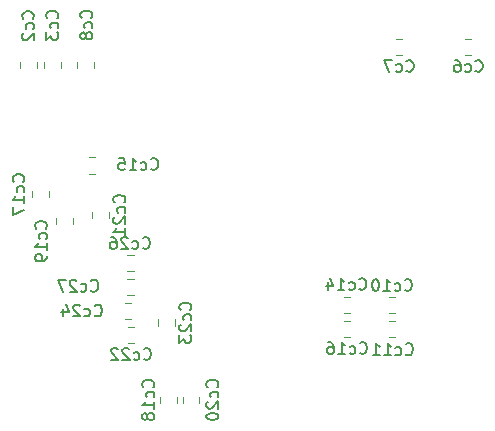
<source format=gbr>
G04 #@! TF.GenerationSoftware,KiCad,Pcbnew,(5.0.0)*
G04 #@! TF.CreationDate,2018-11-24T15:46:54-05:00*
G04 #@! TF.ProjectId,SDRRv2,5344525276322E6B696361645F706362,rev?*
G04 #@! TF.SameCoordinates,Original*
G04 #@! TF.FileFunction,Legend,Bot*
G04 #@! TF.FilePolarity,Positive*
%FSLAX46Y46*%
G04 Gerber Fmt 4.6, Leading zero omitted, Abs format (unit mm)*
G04 Created by KiCad (PCBNEW (5.0.0)) date 11/24/18 15:46:54*
%MOMM*%
%LPD*%
G01*
G04 APERTURE LIST*
%ADD10C,0.120000*%
%ADD11C,0.150000*%
G04 APERTURE END LIST*
D10*
G04 #@! TO.C,Cc2*
X23380085Y-154889091D02*
X23380085Y-154366587D01*
X21960085Y-154889091D02*
X21960085Y-154366587D01*
G04 #@! TO.C,Cc3*
X25412085Y-154898091D02*
X25412085Y-154375587D01*
X23992085Y-154898091D02*
X23992085Y-154375587D01*
G04 #@! TO.C,Cc6*
X59645233Y-152393839D02*
X60167737Y-152393839D01*
X59645233Y-153813839D02*
X60167737Y-153813839D01*
G04 #@! TO.C,Cc7*
X53803233Y-153813839D02*
X54325737Y-153813839D01*
X53803233Y-152393839D02*
X54325737Y-152393839D01*
G04 #@! TO.C,Cc8*
X26786085Y-154889091D02*
X26786085Y-154366587D01*
X28206085Y-154889091D02*
X28206085Y-154366587D01*
G04 #@! TO.C,Cc10*
X53713032Y-174230964D02*
X53190528Y-174230964D01*
X53713032Y-175650964D02*
X53190528Y-175650964D01*
G04 #@! TO.C,Cc11*
X53713032Y-177682964D02*
X53190528Y-177682964D01*
X53713032Y-176262964D02*
X53190528Y-176262964D01*
G04 #@! TO.C,Cc14*
X49380528Y-174230964D02*
X49903032Y-174230964D01*
X49380528Y-175650964D02*
X49903032Y-175650964D01*
G04 #@! TO.C,Cc15*
X28316137Y-163821439D02*
X27793633Y-163821439D01*
X28316137Y-162401439D02*
X27793633Y-162401439D01*
G04 #@! TO.C,Cc16*
X49380528Y-176262964D02*
X49903032Y-176262964D01*
X49380528Y-177682964D02*
X49903032Y-177682964D01*
G04 #@! TO.C,Cc17*
X22976085Y-165811091D02*
X22976085Y-165288587D01*
X24396085Y-165811091D02*
X24396085Y-165288587D01*
G04 #@! TO.C,Cc18*
X35216485Y-182712987D02*
X35216485Y-183235491D01*
X33796485Y-182712987D02*
X33796485Y-183235491D01*
G04 #@! TO.C,Cc19*
X25008085Y-168097091D02*
X25008085Y-167574587D01*
X26428085Y-168097091D02*
X26428085Y-167574587D01*
G04 #@! TO.C,Cc20*
X35726885Y-182712987D02*
X35726885Y-183235491D01*
X37146885Y-182712987D02*
X37146885Y-183235491D01*
G04 #@! TO.C,Cc21*
X29476085Y-167589091D02*
X29476085Y-167066587D01*
X28056085Y-167589091D02*
X28056085Y-167066587D01*
G04 #@! TO.C,Cc22*
X31095633Y-178197839D02*
X31618137Y-178197839D01*
X31095633Y-176777839D02*
X31618137Y-176777839D01*
G04 #@! TO.C,Cc23*
X35064085Y-176691291D02*
X35064085Y-176168787D01*
X33644085Y-176691291D02*
X33644085Y-176168787D01*
G04 #@! TO.C,Cc24*
X31364137Y-174745839D02*
X30841633Y-174745839D01*
X31364137Y-176165839D02*
X30841633Y-176165839D01*
G04 #@! TO.C,Cc26*
X31044833Y-170681839D02*
X31567337Y-170681839D01*
X31044833Y-172101839D02*
X31567337Y-172101839D01*
G04 #@! TO.C,Cc27*
X31044833Y-172713839D02*
X31567337Y-172713839D01*
X31044833Y-174133839D02*
X31567337Y-174133839D01*
G04 #@! TO.C,Cc2*
D11*
X23027227Y-150705200D02*
X23074846Y-150657581D01*
X23122465Y-150514724D01*
X23122465Y-150419486D01*
X23074846Y-150276629D01*
X22979608Y-150181391D01*
X22884370Y-150133772D01*
X22693894Y-150086153D01*
X22551037Y-150086153D01*
X22360561Y-150133772D01*
X22265323Y-150181391D01*
X22170085Y-150276629D01*
X22122465Y-150419486D01*
X22122465Y-150514724D01*
X22170085Y-150657581D01*
X22217704Y-150705200D01*
X23074846Y-151562343D02*
X23122465Y-151467105D01*
X23122465Y-151276629D01*
X23074846Y-151181391D01*
X23027227Y-151133772D01*
X22931989Y-151086153D01*
X22646275Y-151086153D01*
X22551037Y-151133772D01*
X22503418Y-151181391D01*
X22455799Y-151276629D01*
X22455799Y-151467105D01*
X22503418Y-151562343D01*
X22217704Y-151943296D02*
X22170085Y-151990915D01*
X22122465Y-152086153D01*
X22122465Y-152324248D01*
X22170085Y-152419486D01*
X22217704Y-152467105D01*
X22312942Y-152514724D01*
X22408180Y-152514724D01*
X22551037Y-152467105D01*
X23122465Y-151895677D01*
X23122465Y-152514724D01*
G04 #@! TO.C,Cc3*
X25084627Y-150654400D02*
X25132246Y-150606781D01*
X25179865Y-150463924D01*
X25179865Y-150368686D01*
X25132246Y-150225829D01*
X25037008Y-150130591D01*
X24941770Y-150082972D01*
X24751294Y-150035353D01*
X24608437Y-150035353D01*
X24417961Y-150082972D01*
X24322723Y-150130591D01*
X24227485Y-150225829D01*
X24179865Y-150368686D01*
X24179865Y-150463924D01*
X24227485Y-150606781D01*
X24275104Y-150654400D01*
X25132246Y-151511543D02*
X25179865Y-151416305D01*
X25179865Y-151225829D01*
X25132246Y-151130591D01*
X25084627Y-151082972D01*
X24989389Y-151035353D01*
X24703675Y-151035353D01*
X24608437Y-151082972D01*
X24560818Y-151130591D01*
X24513199Y-151225829D01*
X24513199Y-151416305D01*
X24560818Y-151511543D01*
X24179865Y-151844877D02*
X24179865Y-152463924D01*
X24560818Y-152130591D01*
X24560818Y-152273448D01*
X24608437Y-152368686D01*
X24656056Y-152416305D01*
X24751294Y-152463924D01*
X24989389Y-152463924D01*
X25084627Y-152416305D01*
X25132246Y-152368686D01*
X25179865Y-152273448D01*
X25179865Y-151987734D01*
X25132246Y-151892496D01*
X25084627Y-151844877D01*
G04 #@! TO.C,Cc6*
X60501723Y-155110981D02*
X60549342Y-155158600D01*
X60692199Y-155206219D01*
X60787437Y-155206219D01*
X60930294Y-155158600D01*
X61025532Y-155063362D01*
X61073151Y-154968124D01*
X61120770Y-154777648D01*
X61120770Y-154634791D01*
X61073151Y-154444315D01*
X61025532Y-154349077D01*
X60930294Y-154253839D01*
X60787437Y-154206219D01*
X60692199Y-154206219D01*
X60549342Y-154253839D01*
X60501723Y-154301458D01*
X59644580Y-155158600D02*
X59739818Y-155206219D01*
X59930294Y-155206219D01*
X60025532Y-155158600D01*
X60073151Y-155110981D01*
X60120770Y-155015743D01*
X60120770Y-154730029D01*
X60073151Y-154634791D01*
X60025532Y-154587172D01*
X59930294Y-154539553D01*
X59739818Y-154539553D01*
X59644580Y-154587172D01*
X58787437Y-154206219D02*
X58977913Y-154206219D01*
X59073151Y-154253839D01*
X59120770Y-154301458D01*
X59216008Y-154444315D01*
X59263627Y-154634791D01*
X59263627Y-155015743D01*
X59216008Y-155110981D01*
X59168389Y-155158600D01*
X59073151Y-155206219D01*
X58882675Y-155206219D01*
X58787437Y-155158600D01*
X58739818Y-155110981D01*
X58692199Y-155015743D01*
X58692199Y-154777648D01*
X58739818Y-154682410D01*
X58787437Y-154634791D01*
X58882675Y-154587172D01*
X59073151Y-154587172D01*
X59168389Y-154634791D01*
X59216008Y-154682410D01*
X59263627Y-154777648D01*
G04 #@! TO.C,Cc7*
X54659723Y-155110981D02*
X54707342Y-155158600D01*
X54850199Y-155206219D01*
X54945437Y-155206219D01*
X55088294Y-155158600D01*
X55183532Y-155063362D01*
X55231151Y-154968124D01*
X55278770Y-154777648D01*
X55278770Y-154634791D01*
X55231151Y-154444315D01*
X55183532Y-154349077D01*
X55088294Y-154253839D01*
X54945437Y-154206219D01*
X54850199Y-154206219D01*
X54707342Y-154253839D01*
X54659723Y-154301458D01*
X53802580Y-155158600D02*
X53897818Y-155206219D01*
X54088294Y-155206219D01*
X54183532Y-155158600D01*
X54231151Y-155110981D01*
X54278770Y-155015743D01*
X54278770Y-154730029D01*
X54231151Y-154634791D01*
X54183532Y-154587172D01*
X54088294Y-154539553D01*
X53897818Y-154539553D01*
X53802580Y-154587172D01*
X53469246Y-154206219D02*
X52802580Y-154206219D01*
X53231151Y-155206219D01*
G04 #@! TO.C,Cc8*
X27980227Y-150629000D02*
X28027846Y-150581381D01*
X28075465Y-150438524D01*
X28075465Y-150343286D01*
X28027846Y-150200429D01*
X27932608Y-150105191D01*
X27837370Y-150057572D01*
X27646894Y-150009953D01*
X27504037Y-150009953D01*
X27313561Y-150057572D01*
X27218323Y-150105191D01*
X27123085Y-150200429D01*
X27075465Y-150343286D01*
X27075465Y-150438524D01*
X27123085Y-150581381D01*
X27170704Y-150629000D01*
X28027846Y-151486143D02*
X28075465Y-151390905D01*
X28075465Y-151200429D01*
X28027846Y-151105191D01*
X27980227Y-151057572D01*
X27884989Y-151009953D01*
X27599275Y-151009953D01*
X27504037Y-151057572D01*
X27456418Y-151105191D01*
X27408799Y-151200429D01*
X27408799Y-151390905D01*
X27456418Y-151486143D01*
X27504037Y-152057572D02*
X27456418Y-151962334D01*
X27408799Y-151914715D01*
X27313561Y-151867096D01*
X27265942Y-151867096D01*
X27170704Y-151914715D01*
X27123085Y-151962334D01*
X27075465Y-152057572D01*
X27075465Y-152248048D01*
X27123085Y-152343286D01*
X27170704Y-152390905D01*
X27265942Y-152438524D01*
X27313561Y-152438524D01*
X27408799Y-152390905D01*
X27456418Y-152343286D01*
X27504037Y-152248048D01*
X27504037Y-152057572D01*
X27551656Y-151962334D01*
X27599275Y-151914715D01*
X27694513Y-151867096D01*
X27884989Y-151867096D01*
X27980227Y-151914715D01*
X28027846Y-151962334D01*
X28075465Y-152057572D01*
X28075465Y-152248048D01*
X28027846Y-152343286D01*
X27980227Y-152390905D01*
X27884989Y-152438524D01*
X27694513Y-152438524D01*
X27599275Y-152390905D01*
X27551656Y-152343286D01*
X27504037Y-152248048D01*
G04 #@! TO.C,Cc10*
X54523208Y-173648106D02*
X54570827Y-173695725D01*
X54713684Y-173743344D01*
X54808922Y-173743344D01*
X54951780Y-173695725D01*
X55047018Y-173600487D01*
X55094637Y-173505249D01*
X55142256Y-173314773D01*
X55142256Y-173171916D01*
X55094637Y-172981440D01*
X55047018Y-172886202D01*
X54951780Y-172790964D01*
X54808922Y-172743344D01*
X54713684Y-172743344D01*
X54570827Y-172790964D01*
X54523208Y-172838583D01*
X53666065Y-173695725D02*
X53761303Y-173743344D01*
X53951780Y-173743344D01*
X54047018Y-173695725D01*
X54094637Y-173648106D01*
X54142256Y-173552868D01*
X54142256Y-173267154D01*
X54094637Y-173171916D01*
X54047018Y-173124297D01*
X53951780Y-173076678D01*
X53761303Y-173076678D01*
X53666065Y-173124297D01*
X52713684Y-173743344D02*
X53285113Y-173743344D01*
X52999399Y-173743344D02*
X52999399Y-172743344D01*
X53094637Y-172886202D01*
X53189875Y-172981440D01*
X53285113Y-173029059D01*
X52094637Y-172743344D02*
X51999399Y-172743344D01*
X51904160Y-172790964D01*
X51856541Y-172838583D01*
X51808922Y-172933821D01*
X51761303Y-173124297D01*
X51761303Y-173362392D01*
X51808922Y-173552868D01*
X51856541Y-173648106D01*
X51904160Y-173695725D01*
X51999399Y-173743344D01*
X52094637Y-173743344D01*
X52189875Y-173695725D01*
X52237494Y-173648106D01*
X52285113Y-173552868D01*
X52332732Y-173362392D01*
X52332732Y-173124297D01*
X52285113Y-172933821D01*
X52237494Y-172838583D01*
X52189875Y-172790964D01*
X52094637Y-172743344D01*
G04 #@! TO.C,Cc11*
X54602513Y-179089581D02*
X54650132Y-179137200D01*
X54792989Y-179184819D01*
X54888227Y-179184819D01*
X55031085Y-179137200D01*
X55126323Y-179041962D01*
X55173942Y-178946724D01*
X55221561Y-178756248D01*
X55221561Y-178613391D01*
X55173942Y-178422915D01*
X55126323Y-178327677D01*
X55031085Y-178232439D01*
X54888227Y-178184819D01*
X54792989Y-178184819D01*
X54650132Y-178232439D01*
X54602513Y-178280058D01*
X53745370Y-179137200D02*
X53840608Y-179184819D01*
X54031085Y-179184819D01*
X54126323Y-179137200D01*
X54173942Y-179089581D01*
X54221561Y-178994343D01*
X54221561Y-178708629D01*
X54173942Y-178613391D01*
X54126323Y-178565772D01*
X54031085Y-178518153D01*
X53840608Y-178518153D01*
X53745370Y-178565772D01*
X52792989Y-179184819D02*
X53364418Y-179184819D01*
X53078704Y-179184819D02*
X53078704Y-178184819D01*
X53173942Y-178327677D01*
X53269180Y-178422915D01*
X53364418Y-178470534D01*
X51840608Y-179184819D02*
X52412037Y-179184819D01*
X52126323Y-179184819D02*
X52126323Y-178184819D01*
X52221561Y-178327677D01*
X52316799Y-178422915D01*
X52412037Y-178470534D01*
G04 #@! TO.C,Cc14*
X50665513Y-173577781D02*
X50713132Y-173625400D01*
X50855989Y-173673019D01*
X50951227Y-173673019D01*
X51094085Y-173625400D01*
X51189323Y-173530162D01*
X51236942Y-173434924D01*
X51284561Y-173244448D01*
X51284561Y-173101591D01*
X51236942Y-172911115D01*
X51189323Y-172815877D01*
X51094085Y-172720639D01*
X50951227Y-172673019D01*
X50855989Y-172673019D01*
X50713132Y-172720639D01*
X50665513Y-172768258D01*
X49808370Y-173625400D02*
X49903608Y-173673019D01*
X50094085Y-173673019D01*
X50189323Y-173625400D01*
X50236942Y-173577781D01*
X50284561Y-173482543D01*
X50284561Y-173196829D01*
X50236942Y-173101591D01*
X50189323Y-173053972D01*
X50094085Y-173006353D01*
X49903608Y-173006353D01*
X49808370Y-173053972D01*
X48855989Y-173673019D02*
X49427418Y-173673019D01*
X49141704Y-173673019D02*
X49141704Y-172673019D01*
X49236942Y-172815877D01*
X49332180Y-172911115D01*
X49427418Y-172958734D01*
X47998846Y-173006353D02*
X47998846Y-173673019D01*
X48236942Y-172625400D02*
X48475037Y-173339686D01*
X47855989Y-173339686D01*
G04 #@! TO.C,Cc15*
X33037913Y-163417781D02*
X33085532Y-163465400D01*
X33228389Y-163513019D01*
X33323627Y-163513019D01*
X33466485Y-163465400D01*
X33561723Y-163370162D01*
X33609342Y-163274924D01*
X33656961Y-163084448D01*
X33656961Y-162941591D01*
X33609342Y-162751115D01*
X33561723Y-162655877D01*
X33466485Y-162560639D01*
X33323627Y-162513019D01*
X33228389Y-162513019D01*
X33085532Y-162560639D01*
X33037913Y-162608258D01*
X32180770Y-163465400D02*
X32276008Y-163513019D01*
X32466485Y-163513019D01*
X32561723Y-163465400D01*
X32609342Y-163417781D01*
X32656961Y-163322543D01*
X32656961Y-163036829D01*
X32609342Y-162941591D01*
X32561723Y-162893972D01*
X32466485Y-162846353D01*
X32276008Y-162846353D01*
X32180770Y-162893972D01*
X31228389Y-163513019D02*
X31799818Y-163513019D01*
X31514104Y-163513019D02*
X31514104Y-162513019D01*
X31609342Y-162655877D01*
X31704580Y-162751115D01*
X31799818Y-162798734D01*
X30323627Y-162513019D02*
X30799818Y-162513019D01*
X30847437Y-162989210D01*
X30799818Y-162941591D01*
X30704580Y-162893972D01*
X30466485Y-162893972D01*
X30371246Y-162941591D01*
X30323627Y-162989210D01*
X30276008Y-163084448D01*
X30276008Y-163322543D01*
X30323627Y-163417781D01*
X30371246Y-163465400D01*
X30466485Y-163513019D01*
X30704580Y-163513019D01*
X30799818Y-163465400D01*
X30847437Y-163417781D01*
G04 #@! TO.C,Cc16*
X50713208Y-178980106D02*
X50760827Y-179027725D01*
X50903684Y-179075344D01*
X50998922Y-179075344D01*
X51141780Y-179027725D01*
X51237018Y-178932487D01*
X51284637Y-178837249D01*
X51332256Y-178646773D01*
X51332256Y-178503916D01*
X51284637Y-178313440D01*
X51237018Y-178218202D01*
X51141780Y-178122964D01*
X50998922Y-178075344D01*
X50903684Y-178075344D01*
X50760827Y-178122964D01*
X50713208Y-178170583D01*
X49856065Y-179027725D02*
X49951303Y-179075344D01*
X50141780Y-179075344D01*
X50237018Y-179027725D01*
X50284637Y-178980106D01*
X50332256Y-178884868D01*
X50332256Y-178599154D01*
X50284637Y-178503916D01*
X50237018Y-178456297D01*
X50141780Y-178408678D01*
X49951303Y-178408678D01*
X49856065Y-178456297D01*
X48903684Y-179075344D02*
X49475113Y-179075344D01*
X49189399Y-179075344D02*
X49189399Y-178075344D01*
X49284637Y-178218202D01*
X49379875Y-178313440D01*
X49475113Y-178361059D01*
X48046541Y-178075344D02*
X48237018Y-178075344D01*
X48332256Y-178122964D01*
X48379875Y-178170583D01*
X48475113Y-178313440D01*
X48522732Y-178503916D01*
X48522732Y-178884868D01*
X48475113Y-178980106D01*
X48427494Y-179027725D01*
X48332256Y-179075344D01*
X48141780Y-179075344D01*
X48046541Y-179027725D01*
X47998922Y-178980106D01*
X47951303Y-178884868D01*
X47951303Y-178646773D01*
X47998922Y-178551535D01*
X48046541Y-178503916D01*
X48141780Y-178456297D01*
X48332256Y-178456297D01*
X48427494Y-178503916D01*
X48475113Y-178551535D01*
X48522732Y-178646773D01*
G04 #@! TO.C,Cc17*
X22239827Y-164503810D02*
X22287446Y-164456191D01*
X22335065Y-164313334D01*
X22335065Y-164218096D01*
X22287446Y-164075239D01*
X22192208Y-163980000D01*
X22096970Y-163932381D01*
X21906494Y-163884762D01*
X21763637Y-163884762D01*
X21573161Y-163932381D01*
X21477923Y-163980000D01*
X21382685Y-164075239D01*
X21335065Y-164218096D01*
X21335065Y-164313334D01*
X21382685Y-164456191D01*
X21430304Y-164503810D01*
X22287446Y-165360953D02*
X22335065Y-165265715D01*
X22335065Y-165075239D01*
X22287446Y-164980000D01*
X22239827Y-164932381D01*
X22144589Y-164884762D01*
X21858875Y-164884762D01*
X21763637Y-164932381D01*
X21716018Y-164980000D01*
X21668399Y-165075239D01*
X21668399Y-165265715D01*
X21716018Y-165360953D01*
X22335065Y-166313334D02*
X22335065Y-165741905D01*
X22335065Y-166027619D02*
X21335065Y-166027619D01*
X21477923Y-165932381D01*
X21573161Y-165837143D01*
X21620780Y-165741905D01*
X21335065Y-166646667D02*
X21335065Y-167313334D01*
X22335065Y-166884762D01*
G04 #@! TO.C,Cc18*
X33213627Y-181902810D02*
X33261246Y-181855191D01*
X33308865Y-181712334D01*
X33308865Y-181617096D01*
X33261246Y-181474239D01*
X33166008Y-181379000D01*
X33070770Y-181331381D01*
X32880294Y-181283762D01*
X32737437Y-181283762D01*
X32546961Y-181331381D01*
X32451723Y-181379000D01*
X32356485Y-181474239D01*
X32308865Y-181617096D01*
X32308865Y-181712334D01*
X32356485Y-181855191D01*
X32404104Y-181902810D01*
X33261246Y-182759953D02*
X33308865Y-182664715D01*
X33308865Y-182474239D01*
X33261246Y-182379000D01*
X33213627Y-182331381D01*
X33118389Y-182283762D01*
X32832675Y-182283762D01*
X32737437Y-182331381D01*
X32689818Y-182379000D01*
X32642199Y-182474239D01*
X32642199Y-182664715D01*
X32689818Y-182759953D01*
X33308865Y-183712334D02*
X33308865Y-183140905D01*
X33308865Y-183426619D02*
X32308865Y-183426619D01*
X32451723Y-183331381D01*
X32546961Y-183236143D01*
X32594580Y-183140905D01*
X32737437Y-184283762D02*
X32689818Y-184188524D01*
X32642199Y-184140905D01*
X32546961Y-184093286D01*
X32499342Y-184093286D01*
X32404104Y-184140905D01*
X32356485Y-184188524D01*
X32308865Y-184283762D01*
X32308865Y-184474239D01*
X32356485Y-184569477D01*
X32404104Y-184617096D01*
X32499342Y-184664715D01*
X32546961Y-184664715D01*
X32642199Y-184617096D01*
X32689818Y-184569477D01*
X32737437Y-184474239D01*
X32737437Y-184283762D01*
X32785056Y-184188524D01*
X32832675Y-184140905D01*
X32927913Y-184093286D01*
X33118389Y-184093286D01*
X33213627Y-184140905D01*
X33261246Y-184188524D01*
X33308865Y-184283762D01*
X33308865Y-184474239D01*
X33261246Y-184569477D01*
X33213627Y-184617096D01*
X33118389Y-184664715D01*
X32927913Y-184664715D01*
X32832675Y-184617096D01*
X32785056Y-184569477D01*
X32737437Y-184474239D01*
G04 #@! TO.C,Cc19*
X24144827Y-168466210D02*
X24192446Y-168418591D01*
X24240065Y-168275734D01*
X24240065Y-168180496D01*
X24192446Y-168037639D01*
X24097208Y-167942400D01*
X24001970Y-167894781D01*
X23811494Y-167847162D01*
X23668637Y-167847162D01*
X23478161Y-167894781D01*
X23382923Y-167942400D01*
X23287685Y-168037639D01*
X23240065Y-168180496D01*
X23240065Y-168275734D01*
X23287685Y-168418591D01*
X23335304Y-168466210D01*
X24192446Y-169323353D02*
X24240065Y-169228115D01*
X24240065Y-169037639D01*
X24192446Y-168942400D01*
X24144827Y-168894781D01*
X24049589Y-168847162D01*
X23763875Y-168847162D01*
X23668637Y-168894781D01*
X23621018Y-168942400D01*
X23573399Y-169037639D01*
X23573399Y-169228115D01*
X23621018Y-169323353D01*
X24240065Y-170275734D02*
X24240065Y-169704305D01*
X24240065Y-169990019D02*
X23240065Y-169990019D01*
X23382923Y-169894781D01*
X23478161Y-169799543D01*
X23525780Y-169704305D01*
X24240065Y-170751924D02*
X24240065Y-170942400D01*
X24192446Y-171037639D01*
X24144827Y-171085258D01*
X24001970Y-171180496D01*
X23811494Y-171228115D01*
X23430542Y-171228115D01*
X23335304Y-171180496D01*
X23287685Y-171132877D01*
X23240065Y-171037639D01*
X23240065Y-170847162D01*
X23287685Y-170751924D01*
X23335304Y-170704305D01*
X23430542Y-170656686D01*
X23668637Y-170656686D01*
X23763875Y-170704305D01*
X23811494Y-170751924D01*
X23859113Y-170847162D01*
X23859113Y-171037639D01*
X23811494Y-171132877D01*
X23763875Y-171180496D01*
X23668637Y-171228115D01*
G04 #@! TO.C,Cc20*
X38648227Y-181902810D02*
X38695846Y-181855191D01*
X38743465Y-181712334D01*
X38743465Y-181617096D01*
X38695846Y-181474239D01*
X38600608Y-181379000D01*
X38505370Y-181331381D01*
X38314894Y-181283762D01*
X38172037Y-181283762D01*
X37981561Y-181331381D01*
X37886323Y-181379000D01*
X37791085Y-181474239D01*
X37743465Y-181617096D01*
X37743465Y-181712334D01*
X37791085Y-181855191D01*
X37838704Y-181902810D01*
X38695846Y-182759953D02*
X38743465Y-182664715D01*
X38743465Y-182474239D01*
X38695846Y-182379000D01*
X38648227Y-182331381D01*
X38552989Y-182283762D01*
X38267275Y-182283762D01*
X38172037Y-182331381D01*
X38124418Y-182379000D01*
X38076799Y-182474239D01*
X38076799Y-182664715D01*
X38124418Y-182759953D01*
X37838704Y-183140905D02*
X37791085Y-183188524D01*
X37743465Y-183283762D01*
X37743465Y-183521858D01*
X37791085Y-183617096D01*
X37838704Y-183664715D01*
X37933942Y-183712334D01*
X38029180Y-183712334D01*
X38172037Y-183664715D01*
X38743465Y-183093286D01*
X38743465Y-183712334D01*
X37743465Y-184331381D02*
X37743465Y-184426619D01*
X37791085Y-184521858D01*
X37838704Y-184569477D01*
X37933942Y-184617096D01*
X38124418Y-184664715D01*
X38362513Y-184664715D01*
X38552989Y-184617096D01*
X38648227Y-184569477D01*
X38695846Y-184521858D01*
X38743465Y-184426619D01*
X38743465Y-184331381D01*
X38695846Y-184236143D01*
X38648227Y-184188524D01*
X38552989Y-184140905D01*
X38362513Y-184093286D01*
X38124418Y-184093286D01*
X37933942Y-184140905D01*
X37838704Y-184188524D01*
X37791085Y-184236143D01*
X37743465Y-184331381D01*
G04 #@! TO.C,Cc21*
X30773227Y-166256410D02*
X30820846Y-166208791D01*
X30868465Y-166065934D01*
X30868465Y-165970696D01*
X30820846Y-165827839D01*
X30725608Y-165732600D01*
X30630370Y-165684981D01*
X30439894Y-165637362D01*
X30297037Y-165637362D01*
X30106561Y-165684981D01*
X30011323Y-165732600D01*
X29916085Y-165827839D01*
X29868465Y-165970696D01*
X29868465Y-166065934D01*
X29916085Y-166208791D01*
X29963704Y-166256410D01*
X30820846Y-167113553D02*
X30868465Y-167018315D01*
X30868465Y-166827839D01*
X30820846Y-166732600D01*
X30773227Y-166684981D01*
X30677989Y-166637362D01*
X30392275Y-166637362D01*
X30297037Y-166684981D01*
X30249418Y-166732600D01*
X30201799Y-166827839D01*
X30201799Y-167018315D01*
X30249418Y-167113553D01*
X29963704Y-167494505D02*
X29916085Y-167542124D01*
X29868465Y-167637362D01*
X29868465Y-167875458D01*
X29916085Y-167970696D01*
X29963704Y-168018315D01*
X30058942Y-168065934D01*
X30154180Y-168065934D01*
X30297037Y-168018315D01*
X30868465Y-167446886D01*
X30868465Y-168065934D01*
X30868465Y-169018315D02*
X30868465Y-168446886D01*
X30868465Y-168732600D02*
X29868465Y-168732600D01*
X30011323Y-168637362D01*
X30106561Y-168542124D01*
X30154180Y-168446886D01*
G04 #@! TO.C,Cc22*
X32428313Y-179494981D02*
X32475932Y-179542600D01*
X32618789Y-179590219D01*
X32714027Y-179590219D01*
X32856885Y-179542600D01*
X32952123Y-179447362D01*
X32999742Y-179352124D01*
X33047361Y-179161648D01*
X33047361Y-179018791D01*
X32999742Y-178828315D01*
X32952123Y-178733077D01*
X32856885Y-178637839D01*
X32714027Y-178590219D01*
X32618789Y-178590219D01*
X32475932Y-178637839D01*
X32428313Y-178685458D01*
X31571170Y-179542600D02*
X31666408Y-179590219D01*
X31856885Y-179590219D01*
X31952123Y-179542600D01*
X31999742Y-179494981D01*
X32047361Y-179399743D01*
X32047361Y-179114029D01*
X31999742Y-179018791D01*
X31952123Y-178971172D01*
X31856885Y-178923553D01*
X31666408Y-178923553D01*
X31571170Y-178971172D01*
X31190218Y-178685458D02*
X31142599Y-178637839D01*
X31047361Y-178590219D01*
X30809265Y-178590219D01*
X30714027Y-178637839D01*
X30666408Y-178685458D01*
X30618789Y-178780696D01*
X30618789Y-178875934D01*
X30666408Y-179018791D01*
X31237837Y-179590219D01*
X30618789Y-179590219D01*
X30237837Y-178685458D02*
X30190218Y-178637839D01*
X30094980Y-178590219D01*
X29856885Y-178590219D01*
X29761646Y-178637839D01*
X29714027Y-178685458D01*
X29666408Y-178780696D01*
X29666408Y-178875934D01*
X29714027Y-179018791D01*
X30285456Y-179590219D01*
X29666408Y-179590219D01*
G04 #@! TO.C,Cc23*
X36361227Y-175358610D02*
X36408846Y-175310991D01*
X36456465Y-175168134D01*
X36456465Y-175072896D01*
X36408846Y-174930039D01*
X36313608Y-174834800D01*
X36218370Y-174787181D01*
X36027894Y-174739562D01*
X35885037Y-174739562D01*
X35694561Y-174787181D01*
X35599323Y-174834800D01*
X35504085Y-174930039D01*
X35456465Y-175072896D01*
X35456465Y-175168134D01*
X35504085Y-175310991D01*
X35551704Y-175358610D01*
X36408846Y-176215753D02*
X36456465Y-176120515D01*
X36456465Y-175930039D01*
X36408846Y-175834800D01*
X36361227Y-175787181D01*
X36265989Y-175739562D01*
X35980275Y-175739562D01*
X35885037Y-175787181D01*
X35837418Y-175834800D01*
X35789799Y-175930039D01*
X35789799Y-176120515D01*
X35837418Y-176215753D01*
X35551704Y-176596705D02*
X35504085Y-176644324D01*
X35456465Y-176739562D01*
X35456465Y-176977658D01*
X35504085Y-177072896D01*
X35551704Y-177120515D01*
X35646942Y-177168134D01*
X35742180Y-177168134D01*
X35885037Y-177120515D01*
X36456465Y-176549086D01*
X36456465Y-177168134D01*
X35456465Y-177501467D02*
X35456465Y-178120515D01*
X35837418Y-177787181D01*
X35837418Y-177930039D01*
X35885037Y-178025277D01*
X35932656Y-178072896D01*
X36027894Y-178120515D01*
X36265989Y-178120515D01*
X36361227Y-178072896D01*
X36408846Y-178025277D01*
X36456465Y-177930039D01*
X36456465Y-177644324D01*
X36408846Y-177549086D01*
X36361227Y-177501467D01*
G04 #@! TO.C,Cc24*
X28262713Y-175812981D02*
X28310332Y-175860600D01*
X28453189Y-175908219D01*
X28548427Y-175908219D01*
X28691285Y-175860600D01*
X28786523Y-175765362D01*
X28834142Y-175670124D01*
X28881761Y-175479648D01*
X28881761Y-175336791D01*
X28834142Y-175146315D01*
X28786523Y-175051077D01*
X28691285Y-174955839D01*
X28548427Y-174908219D01*
X28453189Y-174908219D01*
X28310332Y-174955839D01*
X28262713Y-175003458D01*
X27405570Y-175860600D02*
X27500808Y-175908219D01*
X27691285Y-175908219D01*
X27786523Y-175860600D01*
X27834142Y-175812981D01*
X27881761Y-175717743D01*
X27881761Y-175432029D01*
X27834142Y-175336791D01*
X27786523Y-175289172D01*
X27691285Y-175241553D01*
X27500808Y-175241553D01*
X27405570Y-175289172D01*
X27024618Y-175003458D02*
X26976999Y-174955839D01*
X26881761Y-174908219D01*
X26643665Y-174908219D01*
X26548427Y-174955839D01*
X26500808Y-175003458D01*
X26453189Y-175098696D01*
X26453189Y-175193934D01*
X26500808Y-175336791D01*
X27072237Y-175908219D01*
X26453189Y-175908219D01*
X25596046Y-175241553D02*
X25596046Y-175908219D01*
X25834142Y-174860600D02*
X26072237Y-175574886D01*
X25453189Y-175574886D01*
G04 #@! TO.C,Cc26*
X32326713Y-170097981D02*
X32374332Y-170145600D01*
X32517189Y-170193219D01*
X32612427Y-170193219D01*
X32755285Y-170145600D01*
X32850523Y-170050362D01*
X32898142Y-169955124D01*
X32945761Y-169764648D01*
X32945761Y-169621791D01*
X32898142Y-169431315D01*
X32850523Y-169336077D01*
X32755285Y-169240839D01*
X32612427Y-169193219D01*
X32517189Y-169193219D01*
X32374332Y-169240839D01*
X32326713Y-169288458D01*
X31469570Y-170145600D02*
X31564808Y-170193219D01*
X31755285Y-170193219D01*
X31850523Y-170145600D01*
X31898142Y-170097981D01*
X31945761Y-170002743D01*
X31945761Y-169717029D01*
X31898142Y-169621791D01*
X31850523Y-169574172D01*
X31755285Y-169526553D01*
X31564808Y-169526553D01*
X31469570Y-169574172D01*
X31088618Y-169288458D02*
X31040999Y-169240839D01*
X30945761Y-169193219D01*
X30707665Y-169193219D01*
X30612427Y-169240839D01*
X30564808Y-169288458D01*
X30517189Y-169383696D01*
X30517189Y-169478934D01*
X30564808Y-169621791D01*
X31136237Y-170193219D01*
X30517189Y-170193219D01*
X29660046Y-169193219D02*
X29850523Y-169193219D01*
X29945761Y-169240839D01*
X29993380Y-169288458D01*
X30088618Y-169431315D01*
X30136237Y-169621791D01*
X30136237Y-170002743D01*
X30088618Y-170097981D01*
X30040999Y-170145600D01*
X29945761Y-170193219D01*
X29755285Y-170193219D01*
X29660046Y-170145600D01*
X29612427Y-170097981D01*
X29564808Y-170002743D01*
X29564808Y-169764648D01*
X29612427Y-169669410D01*
X29660046Y-169621791D01*
X29755285Y-169574172D01*
X29945761Y-169574172D01*
X30040999Y-169621791D01*
X30088618Y-169669410D01*
X30136237Y-169764648D01*
G04 #@! TO.C,Cc27*
X27957913Y-173704781D02*
X28005532Y-173752400D01*
X28148389Y-173800019D01*
X28243627Y-173800019D01*
X28386485Y-173752400D01*
X28481723Y-173657162D01*
X28529342Y-173561924D01*
X28576961Y-173371448D01*
X28576961Y-173228591D01*
X28529342Y-173038115D01*
X28481723Y-172942877D01*
X28386485Y-172847639D01*
X28243627Y-172800019D01*
X28148389Y-172800019D01*
X28005532Y-172847639D01*
X27957913Y-172895258D01*
X27100770Y-173752400D02*
X27196008Y-173800019D01*
X27386485Y-173800019D01*
X27481723Y-173752400D01*
X27529342Y-173704781D01*
X27576961Y-173609543D01*
X27576961Y-173323829D01*
X27529342Y-173228591D01*
X27481723Y-173180972D01*
X27386485Y-173133353D01*
X27196008Y-173133353D01*
X27100770Y-173180972D01*
X26719818Y-172895258D02*
X26672199Y-172847639D01*
X26576961Y-172800019D01*
X26338865Y-172800019D01*
X26243627Y-172847639D01*
X26196008Y-172895258D01*
X26148389Y-172990496D01*
X26148389Y-173085734D01*
X26196008Y-173228591D01*
X26767437Y-173800019D01*
X26148389Y-173800019D01*
X25815056Y-172800019D02*
X25148389Y-172800019D01*
X25576961Y-173800019D01*
G04 #@! TD*
M02*

</source>
